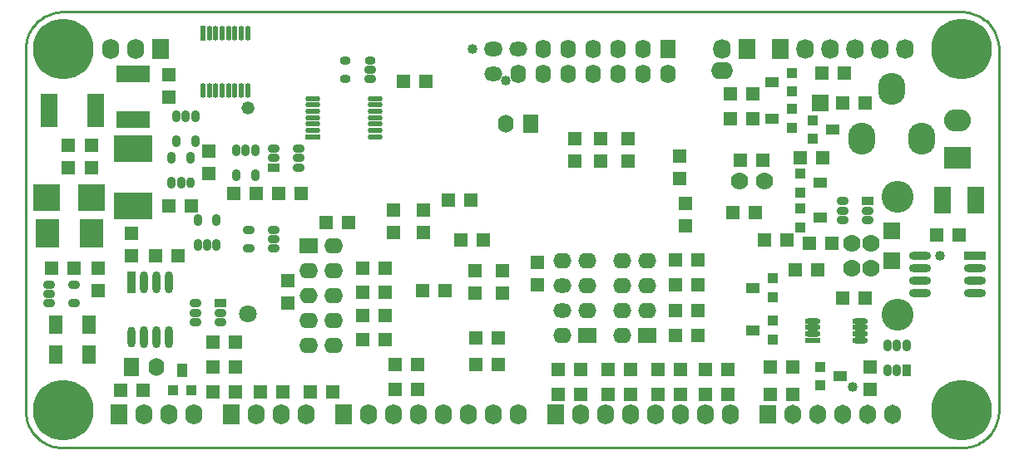
<source format=gbs>
%FSLAX25Y25*%
%MOIN*%
G70*
G01*
G75*
%ADD10C,0.00700*%
%ADD11C,0.06000*%
%ADD12O,0.04000X0.02700*%
%ADD13R,0.07874X0.06299*%
%ADD14R,0.06500X0.05500*%
%ADD15R,0.05000X0.05000*%
%ADD16R,0.05500X0.06500*%
%ADD17R,0.04000X0.02700*%
%ADD18O,0.07000X0.10000*%
%ADD19O,0.07000X0.09000*%
%ADD20O,0.02400X0.08000*%
%ADD21R,0.02400X0.08000*%
%ADD22R,0.03600X0.03600*%
%ADD23R,0.05000X0.03600*%
%ADD24R,0.07000X0.01500*%
%ADD25O,0.07000X0.01500*%
%ADD26O,0.07480X0.01969*%
%ADD27O,0.01969X0.07480*%
%ADD28O,0.01969X0.07000*%
%ADD29R,0.01969X0.07480*%
%ADD30O,0.05118X0.01500*%
%ADD31O,0.05118X0.01500*%
%ADD32R,0.05118X0.01500*%
%ADD33R,0.05000X0.03000*%
%ADD34R,0.05906X0.02756*%
%ADD35R,0.11024X0.05906*%
%ADD36R,0.05906X0.03937*%
%ADD37R,0.05906X0.03937*%
%ADD38C,0.01000*%
%ADD39C,0.02000*%
%ADD40C,0.00600*%
%ADD41O,0.10000X0.12000*%
%ADD42C,0.06300*%
%ADD43C,0.06200*%
%ADD44O,0.06500X0.05500*%
%ADD45O,0.06500X0.05000*%
%ADD46O,0.05500X0.06400*%
%ADD47R,0.05500X0.06400*%
%ADD48R,0.06200X0.07200*%
%ADD49O,0.06200X0.07200*%
%ADD50O,0.06000X0.07000*%
%ADD51R,0.06000X0.07000*%
%ADD52O,0.05500X0.06800*%
%ADD53O,0.06400X0.05000*%
%ADD54O,0.06800X0.05000*%
%ADD55R,0.05500X0.06800*%
%ADD56O,0.06800X0.05500*%
%ADD57R,0.06800X0.05500*%
%ADD58O,0.06400X0.05500*%
%ADD59R,0.06000X0.06000*%
%ADD60O,0.08000X0.06000*%
%ADD61O,0.06000X0.07400*%
%ADD62R,0.06000X0.07400*%
%ADD63C,0.23500*%
%ADD64R,0.10000X0.08000*%
%ADD65O,0.10000X0.08000*%
%ADD66C,0.12000*%
%ADD67C,0.04400*%
%ADD68C,0.03200*%
%ADD69C,0.03000*%
%ADD70O,0.02700X0.04000*%
%ADD71O,0.02400X0.07500*%
%ADD72R,0.05000X0.07000*%
%ADD73O,0.02700X0.03500*%
%ADD74R,0.02700X0.04000*%
%ADD75R,0.03600X0.05000*%
%ADD76O,0.03600X0.02700*%
%ADD77O,0.01500X0.05118*%
%ADD78O,0.01500X0.05118*%
%ADD79R,0.01500X0.05118*%
%ADD80O,0.08000X0.02400*%
%ADD81R,0.08000X0.02400*%
%ADD82O,0.05500X0.01600*%
%ADD83R,0.05500X0.01600*%
%ADD84R,0.06000X0.12500*%
%ADD85R,0.09843X0.09843*%
%ADD86R,0.15000X0.10000*%
%ADD87R,0.12500X0.06000*%
%ADD88R,0.08500X0.10800*%
%ADD89R,0.06000X0.10000*%
%ADD90C,0.00800*%
%ADD91C,0.00500*%
%ADD92C,0.00400*%
%ADD93C,0.02200*%
%ADD94C,0.01200*%
%ADD95C,0.03000*%
%ADD96C,0.05000*%
%ADD97C,0.00394*%
%ADD98R,0.22835X0.81937*%
%ADD99R,0.02953X0.04134*%
%ADD100R,0.02953X0.04134*%
%ADD101R,0.03000X0.02800*%
%ADD102R,0.02800X0.03000*%
%ADD103R,0.70000X0.06700*%
%ADD104R,0.01575X0.01575*%
%ADD105R,0.02500X0.02500*%
%ADD106R,0.30000X0.07000*%
%ADD107R,0.20000X0.07000*%
%ADD108R,0.50000X0.06500*%
%ADD109R,0.05200X0.10400*%
%ADD110R,0.05000X0.10400*%
%ADD111R,0.01575X0.01575*%
%ADD112R,0.46500X0.07000*%
%ADD113R,1.08500X0.07000*%
%ADD114C,0.06800*%
%ADD115O,0.04800X0.03500*%
%ADD116R,0.08674X0.07099*%
%ADD117R,0.07300X0.06300*%
%ADD118R,0.05800X0.05800*%
%ADD119R,0.06300X0.07300*%
%ADD120R,0.04800X0.03500*%
%ADD121O,0.07800X0.10800*%
%ADD122O,0.07800X0.09800*%
%ADD123O,0.03200X0.08800*%
%ADD124R,0.03200X0.08800*%
%ADD125R,0.04400X0.04400*%
%ADD126R,0.05800X0.04400*%
%ADD127R,0.07800X0.02300*%
%ADD128O,0.07800X0.02300*%
%ADD129O,0.08280X0.02768*%
%ADD130O,0.02768X0.08280*%
%ADD131O,0.02768X0.07800*%
%ADD132R,0.02768X0.08280*%
%ADD133O,0.05918X0.02300*%
%ADD134O,0.05918X0.02300*%
%ADD135R,0.05918X0.02300*%
%ADD136R,0.05800X0.03800*%
%ADD137R,0.06706X0.03556*%
%ADD138R,0.11824X0.06706*%
%ADD139R,0.06706X0.04737*%
%ADD140R,0.06706X0.04737*%
%ADD141O,0.10800X0.12800*%
%ADD142C,0.07100*%
%ADD143C,0.07000*%
%ADD144O,0.07300X0.06300*%
%ADD145O,0.07300X0.05800*%
%ADD146O,0.06300X0.07200*%
%ADD147R,0.06300X0.07200*%
%ADD148R,0.07000X0.08000*%
%ADD149O,0.07000X0.08000*%
%ADD150O,0.06800X0.07800*%
%ADD151R,0.06800X0.07800*%
%ADD152O,0.06300X0.07600*%
%ADD153O,0.07200X0.05800*%
%ADD154O,0.07600X0.05800*%
%ADD155R,0.06300X0.07600*%
%ADD156O,0.07600X0.06300*%
%ADD157R,0.07600X0.06300*%
%ADD158O,0.07200X0.06300*%
%ADD159R,0.06800X0.06800*%
%ADD160O,0.08800X0.06800*%
%ADD161O,0.06800X0.08200*%
%ADD162R,0.06800X0.08200*%
%ADD163C,0.24300*%
%ADD164R,0.10800X0.08800*%
%ADD165O,0.10800X0.08800*%
%ADD166C,0.12800*%
%ADD167C,0.05200*%
%ADD168C,0.04000*%
%ADD169O,0.03500X0.04800*%
%ADD170O,0.03200X0.08300*%
%ADD171R,0.05800X0.07800*%
%ADD172O,0.03500X0.04300*%
%ADD173R,0.03500X0.04800*%
%ADD174R,0.04400X0.05800*%
%ADD175O,0.04400X0.03500*%
%ADD176O,0.02300X0.05918*%
%ADD177O,0.02300X0.05918*%
%ADD178R,0.02300X0.05918*%
%ADD179O,0.08800X0.03200*%
%ADD180R,0.08800X0.03200*%
%ADD181O,0.06300X0.02400*%
%ADD182R,0.06300X0.02400*%
%ADD183R,0.06800X0.13300*%
%ADD184R,0.10643X0.10643*%
%ADD185R,0.15800X0.10800*%
%ADD186R,0.13300X0.06800*%
%ADD187R,0.09300X0.11600*%
%ADD188R,0.06800X0.10800*%
D38*
X475000Y100000D02*
X475981Y100032D01*
X476958Y100128D01*
X477926Y100288D01*
X478882Y100511D01*
X479822Y100796D01*
X480740Y101142D01*
X481634Y101547D01*
X482500Y102010D01*
X483334Y102528D01*
X484131Y103100D01*
X484890Y103722D01*
X485607Y104393D01*
X486278Y105110D01*
X486900Y105869D01*
X487472Y106667D01*
X487990Y107500D01*
X488453Y108366D01*
X488858Y109260D01*
X489204Y110178D01*
X489489Y111118D01*
X489712Y112074D01*
X489872Y113042D01*
X489968Y114019D01*
X490000Y115000D01*
Y260000D02*
X489968Y260981D01*
X489872Y261958D01*
X489712Y262926D01*
X489489Y263882D01*
X489204Y264822D01*
X488858Y265740D01*
X488453Y266634D01*
X487990Y267500D01*
X487472Y268334D01*
X486900Y269131D01*
X486278Y269890D01*
X485607Y270607D01*
X484890Y271278D01*
X484131Y271900D01*
X483334Y272472D01*
X482500Y272990D01*
X481634Y273453D01*
X480740Y273858D01*
X479822Y274204D01*
X478882Y274489D01*
X477926Y274712D01*
X476958Y274872D01*
X475981Y274968D01*
X475000Y275000D01*
X115000D02*
X114019Y274968D01*
X113042Y274872D01*
X112074Y274712D01*
X111118Y274489D01*
X110178Y274204D01*
X109260Y273858D01*
X108366Y273453D01*
X107500Y272990D01*
X106667Y272472D01*
X105869Y271900D01*
X105110Y271278D01*
X104393Y270607D01*
X103722Y269890D01*
X103100Y269131D01*
X102528Y268334D01*
X102010Y267500D01*
X101547Y266634D01*
X101142Y265740D01*
X100796Y264822D01*
X100511Y263882D01*
X100288Y262926D01*
X100128Y261958D01*
X100032Y260981D01*
X100000Y260000D01*
Y115000D02*
X100032Y114019D01*
X100128Y113042D01*
X100288Y112074D01*
X100511Y111118D01*
X100796Y110178D01*
X101142Y109260D01*
X101547Y108366D01*
X102010Y107500D01*
X102528Y106667D01*
X103100Y105869D01*
X103722Y105110D01*
X104393Y104393D01*
X105110Y103722D01*
X105869Y103100D01*
X106667Y102528D01*
X107500Y102010D01*
X108366Y101547D01*
X109260Y101142D01*
X110178Y100796D01*
X111118Y100511D01*
X112074Y100288D01*
X113042Y100128D01*
X114019Y100032D01*
X115000Y100000D01*
Y275000D02*
X475000D01*
X100000Y115000D02*
Y260000D01*
X115000Y100000D02*
X475000D01*
X489900Y114300D02*
X490000Y260000D01*
D115*
X427500Y195200D02*
D03*
X437500Y191500D02*
D03*
X427500Y199000D02*
D03*
Y191500D02*
D03*
X437500Y195200D02*
D03*
X209500Y216300D02*
D03*
X199500Y220000D02*
D03*
X209500Y212500D02*
D03*
Y220000D02*
D03*
X199500Y216300D02*
D03*
X178000Y154200D02*
D03*
X168000Y150500D02*
D03*
Y158000D02*
D03*
X178000Y150500D02*
D03*
X168000Y154200D02*
D03*
X189500Y180000D02*
D03*
Y187500D02*
D03*
X199500Y183800D02*
D03*
Y187500D02*
D03*
Y180000D02*
D03*
X109500Y165500D02*
D03*
Y158000D02*
D03*
Y161700D02*
D03*
X119500Y165500D02*
D03*
X238000Y248000D02*
D03*
Y251800D02*
D03*
X119500Y158000D02*
D03*
D117*
X325000Y145000D02*
D03*
X349000D02*
D03*
D118*
X414000Y182000D02*
D03*
X423000D02*
D03*
X161000Y177000D02*
D03*
X341500Y215000D02*
D03*
Y224000D02*
D03*
X330500Y215000D02*
D03*
Y224000D02*
D03*
X320000Y215000D02*
D03*
Y224000D02*
D03*
X410500Y216500D02*
D03*
X419500D02*
D03*
X192500Y202000D02*
D03*
X183500D02*
D03*
X229500Y190500D02*
D03*
X220500D02*
D03*
X428000Y250500D02*
D03*
X419000D02*
D03*
X391500Y242000D02*
D03*
X259500Y195500D02*
D03*
Y186500D02*
D03*
X157500Y197000D02*
D03*
X166500D02*
D03*
X247500Y186500D02*
D03*
X289500Y144000D02*
D03*
X280500D02*
D03*
X173500Y219000D02*
D03*
Y210000D02*
D03*
X427500Y238500D02*
D03*
X436500D02*
D03*
X391500Y232000D02*
D03*
X382500D02*
D03*
Y242000D02*
D03*
X280500Y133500D02*
D03*
X289500D02*
D03*
X247500Y195500D02*
D03*
X152000Y177000D02*
D03*
X392500Y194500D02*
D03*
X383500D02*
D03*
X210250Y202000D02*
D03*
X305000Y174500D02*
D03*
Y165500D02*
D03*
X369500Y145000D02*
D03*
X360500D02*
D03*
X369500Y155000D02*
D03*
X360500D02*
D03*
X369500Y165500D02*
D03*
X360500D02*
D03*
X369500Y175500D02*
D03*
X360500D02*
D03*
X474000Y185500D02*
D03*
X381500Y131500D02*
D03*
X372500D02*
D03*
X157500Y249900D02*
D03*
Y240900D02*
D03*
X138000Y123000D02*
D03*
X147000D02*
D03*
X364500Y189000D02*
D03*
Y198000D02*
D03*
X362000Y208000D02*
D03*
Y217000D02*
D03*
X184000Y132500D02*
D03*
X175000D02*
D03*
Y122500D02*
D03*
X184000D02*
D03*
Y142500D02*
D03*
X175000D02*
D03*
X407500Y132500D02*
D03*
X398500D02*
D03*
X438500Y123500D02*
D03*
Y132500D02*
D03*
X427500Y160000D02*
D03*
X436500D02*
D03*
X407500Y121500D02*
D03*
X398500D02*
D03*
X201250Y202000D02*
D03*
X395500Y215500D02*
D03*
X386500D02*
D03*
X405000Y183500D02*
D03*
X396000D02*
D03*
X126500Y212500D02*
D03*
Y221500D02*
D03*
X117000Y212500D02*
D03*
Y221500D02*
D03*
X142500Y186000D02*
D03*
Y177000D02*
D03*
X268000Y163000D02*
D03*
X259000D02*
D03*
X278500Y199500D02*
D03*
X269500D02*
D03*
X353500Y131500D02*
D03*
X362500D02*
D03*
X313500Y121500D02*
D03*
X322500D02*
D03*
X333500D02*
D03*
X342500D02*
D03*
X362500D02*
D03*
X353500D02*
D03*
X322500Y131500D02*
D03*
X313500D02*
D03*
X342500D02*
D03*
X333500D02*
D03*
X203000Y122500D02*
D03*
X194000D02*
D03*
X223000D02*
D03*
X214000D02*
D03*
X244000Y162500D02*
D03*
X235000D02*
D03*
X244000Y172000D02*
D03*
X235000D02*
D03*
X244000Y153000D02*
D03*
X235000D02*
D03*
X372500Y121500D02*
D03*
X381500D02*
D03*
X283500Y183500D02*
D03*
X274500D02*
D03*
X244000Y143500D02*
D03*
X235000D02*
D03*
X248000Y133500D02*
D03*
X257000D02*
D03*
Y123500D02*
D03*
X248000D02*
D03*
X129000Y163000D02*
D03*
Y172000D02*
D03*
X110500D02*
D03*
X119500D02*
D03*
X465000Y185500D02*
D03*
X291000Y162000D02*
D03*
Y171000D02*
D03*
X280000D02*
D03*
Y162000D02*
D03*
X260500Y247000D02*
D03*
X251500D02*
D03*
X417500Y171500D02*
D03*
X408500D02*
D03*
X205000Y167000D02*
D03*
Y158000D02*
D03*
D120*
X437500Y199000D02*
D03*
X199500Y212500D02*
D03*
X178000Y158000D02*
D03*
D123*
X152500Y166500D02*
D03*
X157500D02*
D03*
Y144500D02*
D03*
X152500D02*
D03*
X147500D02*
D03*
Y166500D02*
D03*
D124*
X142500D02*
D03*
D125*
X415500Y224000D02*
D03*
Y231500D02*
D03*
X407000Y243000D02*
D03*
Y250500D02*
D03*
X410500Y210000D02*
D03*
Y202500D02*
D03*
X407000Y228500D02*
D03*
Y236000D02*
D03*
X418500Y132500D02*
D03*
Y125000D02*
D03*
X399500Y143500D02*
D03*
Y151000D02*
D03*
Y160500D02*
D03*
Y168000D02*
D03*
X410500Y196000D02*
D03*
Y188500D02*
D03*
X159000Y123000D02*
D03*
X166500D02*
D03*
D126*
X423500Y227800D02*
D03*
X399000Y246700D02*
D03*
X418500Y206300D02*
D03*
X399000Y232200D02*
D03*
X426500Y128800D02*
D03*
X391500Y147200D02*
D03*
Y164200D02*
D03*
X418500Y192300D02*
D03*
D133*
X214902Y227382D02*
D03*
D134*
Y229941D02*
D03*
Y232500D02*
D03*
Y235059D02*
D03*
Y237618D02*
D03*
Y240177D02*
D03*
X240098Y237618D02*
D03*
Y235059D02*
D03*
Y232500D02*
D03*
Y224823D02*
D03*
Y240177D02*
D03*
Y227382D02*
D03*
Y229941D02*
D03*
D135*
X214902Y224823D02*
D03*
D141*
X435000Y224000D02*
D03*
X459000D02*
D03*
X447000Y244000D02*
D03*
D142*
X188976Y153657D02*
D03*
D143*
X431000Y182000D02*
D03*
X438874D02*
D03*
X431000Y172158D02*
D03*
X438874Y172157D02*
D03*
X396000Y207000D02*
D03*
X386000D02*
D03*
D144*
X315000Y175000D02*
D03*
Y145000D02*
D03*
X325000Y175000D02*
D03*
Y165000D02*
D03*
Y155000D02*
D03*
X339000Y145000D02*
D03*
Y155000D02*
D03*
Y165000D02*
D03*
Y175000D02*
D03*
X349000Y165000D02*
D03*
Y175000D02*
D03*
Y155000D02*
D03*
D145*
X315000Y165000D02*
D03*
Y155000D02*
D03*
X297500Y260000D02*
D03*
D146*
X292500Y230000D02*
D03*
X152500Y132500D02*
D03*
D147*
X302500Y230000D02*
D03*
X142500Y132500D02*
D03*
D148*
X389000Y260000D02*
D03*
X402500D02*
D03*
D149*
X379000D02*
D03*
X412500D02*
D03*
X432500D02*
D03*
X442500D02*
D03*
X452500D02*
D03*
X422500D02*
D03*
D150*
X417500Y113500D02*
D03*
X447500D02*
D03*
X407500D02*
D03*
X427500D02*
D03*
X437500D02*
D03*
D151*
X397500D02*
D03*
D152*
X337500Y250000D02*
D03*
X297500D02*
D03*
X307500D02*
D03*
Y260000D02*
D03*
X347500Y250000D02*
D03*
Y260000D02*
D03*
X357500Y250000D02*
D03*
X337500Y260000D02*
D03*
X327500D02*
D03*
X317500Y250000D02*
D03*
X327500D02*
D03*
X317500Y260000D02*
D03*
D153*
X287500Y250000D02*
D03*
D154*
Y260000D02*
D03*
D155*
X357500D02*
D03*
D156*
X223500Y141000D02*
D03*
X213500D02*
D03*
X223500Y181000D02*
D03*
Y161000D02*
D03*
X213500Y151000D02*
D03*
X223500D02*
D03*
X213500Y171000D02*
D03*
X223500D02*
D03*
D157*
X213500Y181000D02*
D03*
D158*
Y161000D02*
D03*
D159*
X447000Y187000D02*
D03*
Y175000D02*
D03*
X418500Y238500D02*
D03*
D160*
X379000Y251500D02*
D03*
D161*
X212500Y113500D02*
D03*
X202500D02*
D03*
X192500D02*
D03*
X297500D02*
D03*
X287500D02*
D03*
X277500D02*
D03*
X267500D02*
D03*
X257500D02*
D03*
X247500D02*
D03*
X237500D02*
D03*
X134000Y260000D02*
D03*
X144000D02*
D03*
X147500Y113500D02*
D03*
X157500D02*
D03*
X167500D02*
D03*
X322500D02*
D03*
X332500D02*
D03*
X342500D02*
D03*
X352500D02*
D03*
X362500D02*
D03*
X372500D02*
D03*
X382500D02*
D03*
D162*
X182500D02*
D03*
X227500D02*
D03*
X154000Y260000D02*
D03*
X137500Y113500D02*
D03*
X312500D02*
D03*
D163*
X475000Y115000D02*
D03*
Y260000D02*
D03*
X115000D02*
D03*
Y115000D02*
D03*
D164*
X473500Y216500D02*
D03*
D165*
Y231500D02*
D03*
D166*
X449543Y200780D02*
D03*
Y153378D02*
D03*
D167*
X188976Y236335D02*
D03*
D168*
X279000Y260000D02*
D03*
X292500Y247500D02*
D03*
X431500Y124500D02*
D03*
X466500Y177000D02*
D03*
D169*
X188200Y219500D02*
D03*
X158500Y206500D02*
D03*
X162300D02*
D03*
X166000Y216500D02*
D03*
X158500D02*
D03*
X192000Y219500D02*
D03*
X184500D02*
D03*
Y209500D02*
D03*
X192000D02*
D03*
X449200Y131000D02*
D03*
X445500Y141000D02*
D03*
X453000D02*
D03*
X445500Y131000D02*
D03*
X449200Y141000D02*
D03*
X168000Y223000D02*
D03*
X164200Y233000D02*
D03*
X172800Y181500D02*
D03*
X169000Y191500D02*
D03*
X176500Y181500D02*
D03*
Y191500D02*
D03*
X169000Y181500D02*
D03*
X160500Y223000D02*
D03*
Y233000D02*
D03*
X168000D02*
D03*
D170*
X142500Y144500D02*
D03*
D171*
X112000Y149500D02*
D03*
Y137500D02*
D03*
X125500Y149500D02*
D03*
Y137500D02*
D03*
D172*
X166000Y206500D02*
D03*
D173*
X453000Y131000D02*
D03*
D174*
X162700D02*
D03*
D175*
X238000Y255500D02*
D03*
X228000D02*
D03*
Y248000D02*
D03*
D176*
X176161Y243583D02*
D03*
X178720Y266417D02*
D03*
X183839D02*
D03*
X186398D02*
D03*
X188957D02*
D03*
X188957Y243583D02*
D03*
X186398D02*
D03*
X183839D02*
D03*
X181280D02*
D03*
X178720D02*
D03*
X173602D02*
D03*
X171043D02*
D03*
X181280Y266417D02*
D03*
X176161D02*
D03*
D177*
X173602D02*
D03*
D178*
X171043D02*
D03*
D179*
X458500Y172000D02*
D03*
X480500Y162000D02*
D03*
Y167000D02*
D03*
Y172000D02*
D03*
X458500Y177000D02*
D03*
Y167000D02*
D03*
Y162000D02*
D03*
D180*
X480500Y177000D02*
D03*
D181*
X434450Y143160D02*
D03*
Y145720D02*
D03*
Y148280D02*
D03*
Y150840D02*
D03*
X415550D02*
D03*
Y148280D02*
D03*
Y145720D02*
D03*
D182*
Y143160D02*
D03*
D183*
X109500Y235500D02*
D03*
X128000D02*
D03*
D184*
X126555Y200500D02*
D03*
X108445D02*
D03*
D185*
X143000Y220000D02*
D03*
Y197000D02*
D03*
D186*
Y231750D02*
D03*
Y250250D02*
D03*
D187*
X126250Y186000D02*
D03*
X108750D02*
D03*
D188*
X480750Y199500D02*
D03*
X467250D02*
D03*
M02*

</source>
